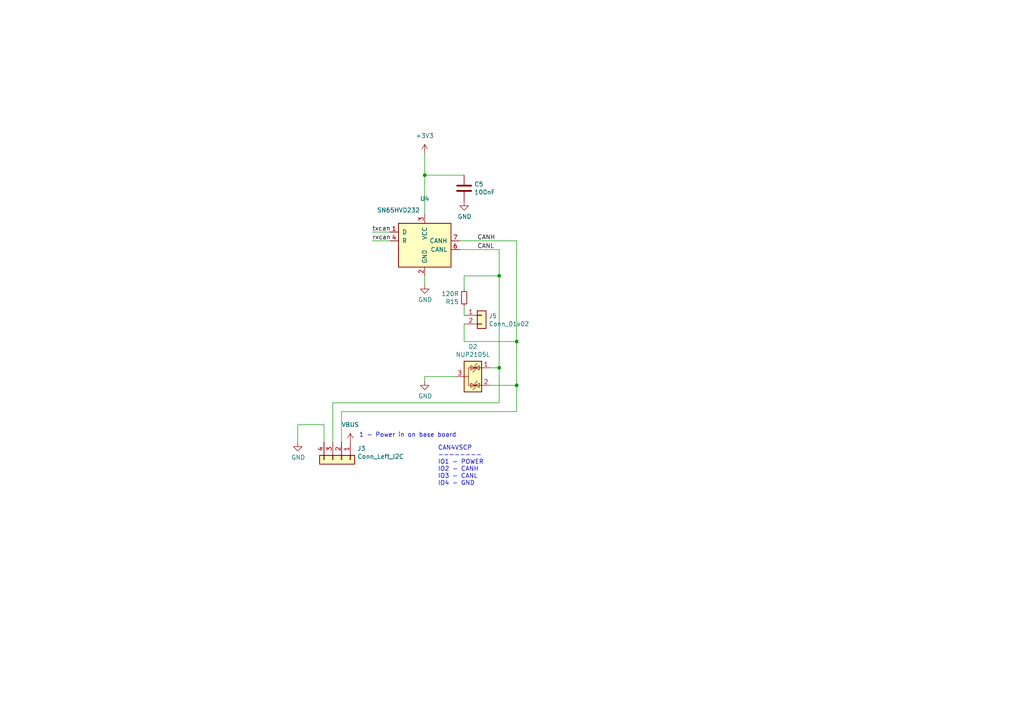
<source format=kicad_sch>
(kicad_sch (version 20250114) (generator "eeschema") (generator_version "9.0")
  (paper "A4")
  (title_block (comment 1 "http://www.vscp.org"))
  (lib_symbols
    (symbol "+3.3V_6" (power) (pin_names (offset 0))
      (property "Value" "+3.3V_6" (at 0 3.556 0))
      (symbol "+3.3V_6_0_1"
        (polyline (pts (xy -0.762 1.27) (xy 0 2.54)))
        (polyline (pts (xy 0 2.54) (xy 0.762 1.27)))
        (polyline (pts (xy 0 0) (xy 0 2.54)))
      )
      (symbol "+3.3V_6_1_1"
        (pin power_in line (at 0 0 90) (length 0) (hide yes) (name "+3V3") (number "1"))
      )
    )
    (symbol "Connector_Generic:Conn_01x02" (pin_names (offset 1.016) (hide yes))
      (property "Reference" "J" (at 0 2.54 0))
      (property "Value" "Conn_01x02" (at 0 -5.08 0))
      (symbol "Conn_01x02_1_1"
        (rectangle (start -1.27 1.27) (end 1.27 -3.81) (stroke (width 0.254)) (fill (type background)))
        (rectangle (start -1.27 0.127) (end 0 -0.127) (stroke (width 0.1524)))
        (rectangle (start -1.27 -2.413) (end 0 -2.667) (stroke (width 0.1524)))
        (pin passive line (at -5.08 0 0) (length 3.81) (name "Pin_1") (number "1"))
        (pin passive line (at -5.08 -2.54 0) (length 3.81) (name "Pin_2") (number "2"))
      )
    )
    (symbol "Connector_Generic:Conn_01x04" (pin_names (offset 1.016) (hide yes))
      (property "Reference" "J" (at 0 5.08 0))
      (property "Value" "Conn_01x04" (at 0 -7.62 0))
      (symbol "Conn_01x04_1_1"
        (rectangle (start -1.27 3.81) (end 1.27 -6.35) (stroke (width 0.254)) (fill (type background)))
        (rectangle (start -1.27 2.667) (end 0 2.413) (stroke (width 0.1524)))
        (rectangle (start -1.27 0.127) (end 0 -0.127) (stroke (width 0.1524)))
        (rectangle (start -1.27 -2.413) (end 0 -2.667) (stroke (width 0.1524)))
        (rectangle (start -1.27 -4.953) (end 0 -5.207) (stroke (width 0.1524)))
        (pin passive line (at -5.08 2.54 0) (length 3.81) (name "Pin_1") (number "1"))
        (pin passive line (at -5.08 0 0) (length 3.81) (name "Pin_2") (number "2"))
        (pin passive line (at -5.08 -2.54 0) (length 3.81) (name "Pin_3") (number "3"))
        (pin passive line (at -5.08 -5.08 0) (length 3.81) (name "Pin_4") (number "4"))
      )
    )
    (symbol "Device:C" (pin_numbers (hide yes)) (pin_names (offset 0.254))
      (property "Reference" "C" (at 0.635 2.54 0))
      (property "Value" "C" (at 0.635 -2.54 0))
      (symbol "C_0_1"
        (polyline (pts (xy -2.032 0.762) (xy 2.032 0.762)) (stroke (width 0.508)))
        (polyline (pts (xy -2.032 -0.762) (xy 2.032 -0.762)) (stroke (width 0.508)))
      )
      (symbol "C_1_1"
        (pin passive line (at 0 3.81 270) (length 2.794) (name "~") (number "1"))
        (pin passive line (at 0 -3.81 90) (length 2.794) (name "~") (number "2"))
      )
    )
    (symbol "Device:R_Small" (pin_numbers (hide yes)) (pin_names (offset 0.254) (hide yes))
      (property "Reference" "R" (at 0.762 0.508 0))
      (property "Value" "R_Small" (at 0.762 -1.016 0))
      (symbol "R_Small_0_1"
        (rectangle (start -0.762 1.778) (end 0.762 -1.778) (stroke (width 0.2032)))
      )
      (symbol "R_Small_1_1"
        (pin passive line (at 0 2.54 270) (length 0.762) (name "~") (number "1"))
        (pin passive line (at 0 -2.54 90) (length 0.762) (name "~") (number "2"))
      )
    )
    (symbol "GND_10" (power) (pin_names (offset 0))
      (property "Value" "GND_10" (at 0 -3.81 0))
      (symbol "GND_10_0_1"
        (polyline (pts (xy 0 0) (xy 0 -1.27) (xy 1.27 -1.27) (xy 0 -2.54) (xy -1.27 -1.27) (xy 0 -1.27)))
      )
      (symbol "GND_10_1_1"
        (pin power_in line (at 0 0 270) (length 0) (hide yes) (name "GND") (number "1"))
      )
    )
    (symbol "GND_12" (power) (pin_names (offset 0))
      (property "Value" "GND_12" (at 0 -3.81 0))
      (symbol "GND_12_0_1"
        (polyline (pts (xy 0 0) (xy 0 -1.27) (xy 1.27 -1.27) (xy 0 -2.54) (xy -1.27 -1.27) (xy 0 -1.27)))
      )
      (symbol "GND_12_1_1"
        (pin power_in line (at 0 0 270) (length 0) (hide yes) (name "GND") (number "1"))
      )
    )
    (symbol "GND_2" (power) (pin_names (offset 0))
      (property "Value" "GND_2" (at 0 -3.81 0))
      (symbol "GND_2_0_1"
        (polyline (pts (xy 0 0) (xy 0 -1.27) (xy 1.27 -1.27) (xy 0 -2.54) (xy -1.27 -1.27) (xy 0 -1.27)))
      )
      (symbol "GND_2_1_1"
        (pin power_in line (at 0 0 270) (length 0) (hide yes) (name "GND") (number "1"))
      )
    )
    (symbol "GND_3" (power) (pin_names (offset 0))
      (property "Value" "GND_3" (at 0 -3.81 0))
      (symbol "GND_3_0_1"
        (polyline (pts (xy 0 0) (xy 0 -1.27) (xy 1.27 -1.27) (xy 0 -2.54) (xy -1.27 -1.27) (xy 0 -1.27)))
      )
      (symbol "GND_3_1_1"
        (pin power_in line (at 0 0 270) (length 0) (hide yes) (name "GND") (number "1"))
      )
    )
    (symbol "Interface_CAN_LIN:SN65HVD232" (pin_names (offset 1.016))
      (property "Reference" "U" (at -2.54 10.16 0))
      (property "Value" "SN65HVD232" (at -2.54 7.62 0))
      (symbol "SN65HVD232_0_1"
        (rectangle (start -7.62 5.08) (end 7.62 -7.62) (stroke (width 0.254)) (fill (type background)))
      )
      (symbol "SN65HVD232_1_1"
        (pin input line (at -10.16 2.54 0) (length 2.54) (name "D") (number "1"))
        (pin output line (at -10.16 0 0) (length 2.54) (name "R") (number "4"))
        (pin no_connect line (at -10.16 -2.54 0) (length 2.54) (hide yes) (name "NC") (number "5"))
        (pin no_connect line (at -10.16 -5.08 0) (length 2.54) (hide yes) (name "NC") (number "8"))
        (pin power_in line (at 0 7.62 270) (length 2.54) (name "VCC") (number "3"))
        (pin power_in line (at 0 -10.16 90) (length 2.54) (name "GND") (number "2"))
        (pin bidirectional line (at 10.16 0 180) (length 2.54) (name "CANH") (number "7"))
        (pin bidirectional line (at 10.16 -2.54 180) (length 2.54) (name "CANL") (number "6"))
      )
    )
    (symbol "Power_Protection:NUP2105L" (pin_names (hide yes))
      (property "Reference" "D" (at 5.715 2.54 0))
      (property "Value" "NUP2105L" (at 5.715 0.635 0))
      (symbol "NUP2105L_0_0"
        (pin passive line (at 0 -5.08 90) (length 2.54) (name "A") (number "3"))
      )
      (symbol "NUP2105L_0_1"
        (rectangle (start -4.445 2.54) (end 4.445 -2.54) (stroke (width 0.254)) (fill (type background)))
        (polyline (pts (xy -3.81 1.27) (xy -3.175 0.635) (xy -1.905 0.635) (xy -1.27 0)))
        (polyline (pts (xy -2.54 2.54) (xy -2.54 0.635)))
        (polyline (pts (xy -2.54 0.635) (xy -2.54 -1.27) (xy 2.54 -1.27) (xy 2.54 0.635)))
        (polyline (pts (xy -2.54 0.635) (xy -1.905 -0.635) (xy -3.175 -0.635) (xy -2.54 0.635)))
        (polyline (pts (xy -2.54 0.635) (xy -3.175 1.905) (xy -1.905 1.905) (xy -2.54 0.635) (xy -2.54 1.27)))
        (polyline (pts (xy 0 -1.27) (xy 0 -2.54)))
        (polyline (pts (xy 1.27 1.27) (xy 1.905 0.635) (xy 2.54 0.635) (xy 3.175 0.635) (xy 3.81 0)))
        (polyline (pts (xy 2.54 2.54) (xy 2.54 0.635)))
        (polyline (pts (xy 2.54 0.635) (xy 1.905 -0.635) (xy 3.175 -0.635) (xy 2.54 0.635)))
        (polyline (pts (xy 2.54 0.635) (xy 3.175 1.905) (xy 1.905 1.905) (xy 2.54 0.635)))
      )
      (symbol "NUP2105L_1_1"
        (pin passive line (at -2.54 5.08 270) (length 2.54) (name "K") (number "1"))
        (pin passive line (at 2.54 5.08 270) (length 2.54) (name "K") (number "2"))
      )
    )
    (symbol "VBUS_1" (power) (pin_names (offset 0))
      (property "Value" "VBUS_1" (at 0 3.81 0))
      (symbol "VBUS_1_0_1"
        (polyline (pts (xy -0.762 1.27) (xy 0 2.54)))
        (polyline (pts (xy 0 2.54) (xy 0.762 1.27)))
        (polyline (pts (xy 0 0) (xy 0 2.54)))
      )
      (symbol "VBUS_1_1_1"
        (pin power_in line (at 0 0 90) (length 0) (hide yes) (name "VBUS") (number "1"))
      )
    )
  )
  (text "1 - Power in on base board" (at 104.14 127 0) (effects (font (size 1.27 1.27)) (justify left bottom)))
  (text "CAN4VSCP\n--------\nIO1 - POWER\nIO2 - CANH\nIO3 - CANL\nIO4 - GND" (at 127 140.97 0) (effects (font (size 1.27 1.27)) (justify left bottom)))
  (junction (at 123.19 50.8))
  (junction (at 144.78 106.68))
  (junction (at 144.78 80.01))
  (junction (at 149.86 99.06))
  (junction (at 149.86 111.76))
  (wire (pts (xy 144.78 80.01) (xy 144.78 106.68)))
  (wire (pts (xy 134.62 93.98) (xy 134.62 99.06)))
  (wire (pts (xy 99.06 119.38) (xy 149.86 119.38)))
  (wire (pts (xy 149.86 119.38) (xy 149.86 111.76)))
  (wire (pts (xy 93.98 123.19) (xy 93.98 128.27)))
  (wire (pts (xy 96.52 116.84) (xy 96.52 128.27)))
  (wire (pts (xy 113.03 67.31) (xy 107.95 67.31)))
  (wire (pts (xy 134.62 88.9) (xy 134.62 91.44)))
  (wire (pts (xy 142.24 106.68) (xy 144.78 106.68)))
  (wire (pts (xy 123.19 109.22) (xy 123.19 110.49)))
  (wire (pts (xy 113.03 69.85) (xy 107.95 69.85)))
  (wire (pts (xy 123.19 44.45) (xy 123.19 50.8)))
  (wire (pts (xy 142.24 111.76) (xy 149.86 111.76)))
  (wire (pts (xy 93.98 123.19) (xy 86.36 123.19)))
  (wire (pts (xy 123.19 50.8) (xy 123.19 62.23)))
  (wire (pts (xy 144.78 106.68) (xy 144.78 116.84)))
  (wire (pts (xy 123.19 80.01) (xy 123.19 82.55)))
  (wire (pts (xy 133.35 72.39) (xy 144.78 72.39)))
  (wire (pts (xy 132.08 109.22) (xy 123.19 109.22)))
  (wire (pts (xy 134.62 83.82) (xy 134.62 80.01)))
  (wire (pts (xy 144.78 116.84) (xy 96.52 116.84)))
  (wire (pts (xy 134.62 50.8) (xy 123.19 50.8)))
  (wire (pts (xy 99.06 128.27) (xy 99.06 119.38)))
  (wire (pts (xy 149.86 111.76) (xy 149.86 99.06)))
  (wire (pts (xy 149.86 69.85) (xy 133.35 69.85)))
  (wire (pts (xy 134.62 99.06) (xy 149.86 99.06)))
  (wire (pts (xy 144.78 72.39) (xy 144.78 80.01)))
  (wire (pts (xy 134.62 80.01) (xy 144.78 80.01)))
  (wire (pts (xy 149.86 99.06) (xy 149.86 69.85)))
  (wire (pts (xy 86.36 123.19) (xy 86.36 128.27)))
  (label "CANH" (at 138.43 69.85 0))
  (label "txcan" (at 107.95 67.31 0))
  (label "rxcan" (at 107.95 69.85 0))
  (label "CANL" (at 138.43 72.39 0))
  (symbol (lib_id "Device:R_Small") (at 134.62 86.36 180) (unit 1)
    (property "Reference" "R15" (at 133.1214 87.5284 0) (effects (justify left)))
    (property "Value" "120R" (at 133.1214 85.217 0) (effects (justify left)))
    (property "Footprint" "Resistor_SMD:R_0805_2012Metric" (effects (hide yes)))
  )
  (symbol (lib_name "GND_2") (lib_id "power:GND") (at 86.36 128.27 0) (unit 1)
    (property "Reference" "#PWR01" (effects (hide yes)))
    (property "Value" "GND" (at 86.487 132.6642 0))
  )
  (symbol (lib_id "Power_Protection:NUP2105L") (at 137.16 109.22 270) (unit 1)
    (property "Reference" "D2" (at 137.16 100.5332 90))
    (property "Value" "NUP2105L" (at 137.16 102.8446 90))
    (property "Footprint" "Package_TO_SOT_SMD:SOT-23" (effects (hide yes)))
    (property "Datasheet" "http://www.onsemi.com/pub_link/Collateral/NUP2105L-D.PDF" (effects (hide yes)))
  )
  (symbol (lib_name "VBUS_1") (lib_id "power:VBUS") (at 101.6 128.27 0) (unit 1)
    (property "Reference" "#PWR011" (effects (hide yes)))
    (property "Value" "VBUS" (at 101.6 123.19 0))
  )
  (symbol (lib_id "Interface_CAN_LIN:SN65HVD232") (at 123.19 69.85 0) (unit 1)
    (property "Reference" "U4" (at 123.19 57.6326 0))
    (property "Value" "SN65HVD232" (at 115.57 60.96 0))
    (property "Footprint" "Package_SO:SOIC-8_3.9x4.9mm_P1.27mm" (effects (hide yes)))
    (property "Datasheet" "http://www.ti.com/lit/ds/symlink/sn65hvd230.pdf" (effects (hide yes)))
  )
  (symbol (lib_id "Connector_Generic:Conn_01x02") (at 139.7 91.44 0) (unit 1)
    (property "Reference" "J5" (at 141.732 91.6432 0) (effects (justify left)))
    (property "Value" "Conn_01x02" (at 141.732 93.9546 0) (effects (justify left)))
    (property "Footprint" "Connector_PinHeader_2.54mm:PinHeader_1x02_P2.54mm_Vertical" (effects (hide yes)))
  )
  (symbol (lib_name "+3.3V_6") (lib_id "power:+3.3V") (at 123.19 44.45 0) (unit 1)
    (property "Reference" "#PWR02" (effects (hide yes)))
    (property "Value" "+3V3" (at 123.19 39.37 0))
  )
  (symbol (lib_name "GND_12") (lib_id "power:GND") (at 134.62 58.42 0) (unit 1)
    (property "Reference" "#PWR04" (effects (hide yes)))
    (property "Value" "GND" (at 134.747 62.8142 0))
  )
  (symbol (lib_name "GND_10") (lib_id "power:GND") (at 123.19 82.55 0) (unit 1)
    (property "Reference" "#PWR02" (effects (hide yes)))
    (property "Value" "GND" (at 123.317 86.9442 0))
  )
  (symbol (lib_name "GND_3") (lib_id "power:GND") (at 123.19 110.49 0) (unit 1)
    (property "Reference" "#PWR03" (effects (hide yes)))
    (property "Value" "GND" (at 123.317 114.8842 0))
  )
  (symbol (lib_id "Connector_Generic:Conn_01x04") (at 99.06 133.35 270) (unit 1)
    (property "Reference" "J3" (at 103.632 130.0988 90) (effects (justify left)))
    (property "Value" "Conn_Left_I2C" (at 103.632 132.4102 90) (effects (justify left)))
    (property "Footprint" "Connector_PinHeader_2.54mm:PinHeader_1x04_P2.54mm_Vertical" (effects (hide yes)))
  )
  (symbol (lib_id "Device:C") (at 134.62 54.61 0) (unit 1)
    (property "Reference" "C5" (at 137.541 53.4416 0) (effects (justify left)))
    (property "Value" "100nF" (at 137.541 55.753 0) (effects (justify left)))
    (property "Footprint" "Capacitor_SMD:C_0805_2012Metric" (effects (hide yes)))
  )
)
</source>
